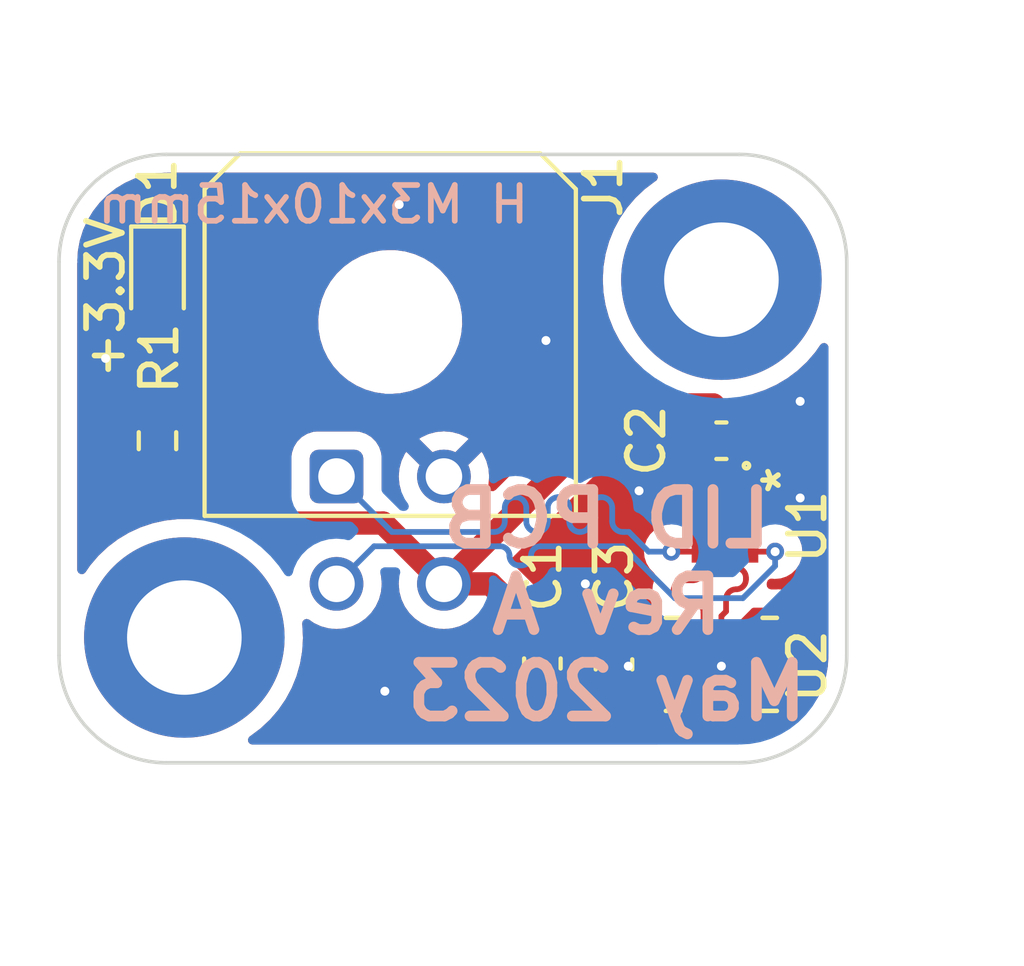
<source format=kicad_pcb>
(kicad_pcb (version 20211014) (generator pcbnew)
  (layers (0 "F.Cu" signal) (31 "B.Cu" signal) (34 "B.Paste" user) (35 "F.Paste" user) (36 "B.SilkS" user "B.Silkscreen") (37 "F.SilkS" user "F.Silkscreen") (38 "B.Mask" user) (39 "F.Mask" user) (44 "Edge.Cuts" user))
  (net 0 "")
  (net 1 "+3.3V")
  (net 2 "GND")
  (net 3 "Net-(D1-Pad2)")
  (net 4 "/SDA")
  (net 5 "/SCL")
  (net 6 "/GPIO_LSM")
  (footprint "MountingHole:MountingHole_3.2mm_M3_DIN965_Pad" (layer "F.Cu") (at 103.5 113.5)
    (fp_text reference "H2" hide)
    (fp_text value "MountingHole")
    (pad "1" thru_hole circle (at 0 0) (size 5.6 5.6) (drill 3.2) (layers *.Cu *.Mask))
  )
  (footprint "Capacitor_SMD:C_0603_1608Metric" (layer "F.Cu") (at 115.5 114.25 90)
    (fp_text reference "C3" (at 2.45 0 90) (layer "F.SilkS") (effects (font (thickness 0.16))))
    (fp_text value "0.1 uF 50V X7R 0603")
    (fp_line (start -0.14058 0.51) (end 0.14058 0.51) (layer "F.SilkS") (width 0.12))
    (fp_line (start -0.14058 -0.51) (end 0.14058 -0.51) (layer "F.SilkS") (width 0.12))
    (pad "1" smd roundrect (at -0.775 0 90) (size 0.9 0.95) (layers "F.Cu" "F.Paste" "F.Mask") (net 2 "GND"))
    (pad "2" smd roundrect (at 0.775 0 90) (size 0.9 0.95) (layers "F.Cu" "F.Paste" "F.Mask") (net 1 "+3.3V"))
  )
  (footprint "Capacitor_SMD:C_0603_1608Metric" (layer "F.Cu") (at 113.5 114.225 -90)
    (fp_text reference "C1" (at -2.425 0 90) (layer "F.SilkS") (effects (font (thickness 0.16))))
    (fp_text value "1 uF 25V X5R 0603")
    (fp_line (start -0.14058 -0.51) (end 0.14058 -0.51) (layer "F.SilkS") (width 0.12))
    (fp_line (start -0.14058 0.51) (end 0.14058 0.51) (layer "F.SilkS") (width 0.12))
    (pad "1" smd roundrect (at -0.775 0 270) (size 0.9 0.95) (layers "F.Cu" "F.Paste" "F.Mask") (net 1 "+3.3V"))
    (pad "2" smd roundrect (at 0.775 0 270) (size 0.9 0.95) (layers "F.Cu" "F.Paste" "F.Mask") (net 2 "GND"))
  )
  (footprint "Customs Smoker:PQFN50P300X250X86-14N" (layer "F.Cu") (at 118.5 114.25)
    (fp_text reference "U2" (at 2.4 0.05 90) (layer "F.SilkS") (effects (font (thickness 0.16))))
    (fp_text value "LSM6DSMTR")
    (fp_line (start -1.55 1.3) (end -1.15 1.3) (layer "F.SilkS") (width 0.127))
    (fp_line (start 1.55 1.3) (end 1.15 1.3) (layer "F.SilkS") (width 0.127))
    (fp_line (start 1.55 -1.3) (end 1.15 -1.3) (layer "F.SilkS") (width 0.127))
    (fp_line (start -1.15 -1.3) (end -1.55 -1.3) (layer "F.SilkS") (width 0.127))
    (fp_circle (center -2.1 -1) (end -2.05 -1) (layer "F.SilkS") (width 0.1) (fill none))
    (pad "1" smd rect locked (at -1.16 -0.75) (size 0.6 0.35) (layers "F.Cu" "F.Paste" "F.Mask") (net 1 "+3.3V"))
    (pad "2" smd rect locked (at -1.16 -0.25) (size 0.6 0.35) (layers "F.Cu" "F.Paste" "F.Mask") (net 2 "GND"))
    (pad "3" smd rect locked (at -1.16 0.25) (size 0.6 0.35) (layers "F.Cu" "F.Paste" "F.Mask") (net 2 "GND"))
    (pad "4" smd rect locked (at -1.16 0.75) (size 0.6 0.35) (layers "F.Cu" "F.Paste" "F.Mask") (net 6 "/GPIO_LSM"))
    (pad "5" smd rect locked (at -0.5 0.91 90) (size 0.6 0.35) (layers "F.Cu" "F.Paste" "F.Mask") (net 1 "+3.3V"))
    (pad "6" smd rect locked (at 0 0.91 90) (size 0.6 0.35) (layers "F.Cu" "F.Paste" "F.Mask") (net 2 "GND"))
    (pad "7" smd rect locked (at 0.5 0.91 90) (size 0.6 0.35) (layers "F.Cu" "F.Paste" "F.Mask") (net 2 "GND"))
    (pad "8" smd rect locked (at 1.16 0.75) (size 0.6 0.35) (layers "F.Cu" "F.Paste" "F.Mask") (net 1 "+3.3V"))
    (pad "9" smd rect locked (at 1.16 0.25) (size 0.6 0.35) (layers "F.Cu" "F.Paste" "F.Mask"))
    (pad "10" smd rect locked (at 1.16 -0.25) (size 0.6 0.35) (layers "F.Cu" "F.Paste" "F.Mask"))
    (pad "11" smd rect locked (at 1.16 -0.75) (size 0.6 0.35) (layers "F.Cu" "F.Paste" "F.Mask"))
    (pad "12" smd rect locked (at 0.5 -0.91 90) (size 0.6 0.35) (layers "F.Cu" "F.Paste" "F.Mask") (net 1 "+3.3V"))
    (pad "13" smd rect locked (at 0 -0.91 90) (size 0.6 0.35) (layers "F.Cu" "F.Paste" "F.Mask") (net 5 "/SCL"))
    (pad "14" smd rect locked (at -0.5 -0.91 90) (size 0.6 0.35) (layers "F.Cu" "F.Paste" "F.Mask") (net 4 "/SDA"))
  )
  (footprint "Customs Smoker:LTR-329ALS-01" (layer "F.Cu") (at 118.599999 110.4031 -90)
    (fp_text reference "U1" (at 0 -2.300001 -90) (layer "F.SilkS") (effects (font (thickness 0.16))))
    (fp_text value "LTR-329ALS-01" hide)
    (fp_text user "*" (at -1.3031 -1.600001 90) (layer "F.SilkS"))
    (fp_circle (center -1.7049 -0.6) (end -1.6287 -0.6) (layer "F.SilkS") (width 0.12) (fill none))
    (pad "1" smd rect locked (at -0.5969 -0.599999 270) (size 0.8128 0.6604) (layers "F.Cu" "F.Paste" "F.Mask") (net 1 "+3.3V"))
    (pad "2" smd rect locked (at -0.5969 0.599999 270) (size 0.8128 0.6604) (layers "F.Cu" "F.Paste" "F.Mask") (net 2 "GND"))
    (pad "3" smd rect locked (at 0.5969 0.599999 270) (size 0.8128 0.6604) (layers "F.Cu" "F.Paste" "F.Mask") (net 4 "/SDA"))
    (pad "4" smd rect locked (at 0.5969 -0.599999 270) (size 0.8128 0.6604) (layers "F.Cu" "F.Paste" "F.Mask") (net 5 "/SCL"))
  )
  (footprint "Capacitor_SMD:C_0603_1608Metric" (layer "F.Cu") (at 118.5 108)
    (fp_text reference "C2" (at -2.1 0 90) (layer "F.SilkS") (effects (font (thickness 0.16))))
    (fp_text value "0.1 uF 50V X7R 0603")
    (fp_line (start -0.14058 0.51) (end 0.14058 0.51) (layer "F.SilkS") (width 0.12))
    (fp_line (start -0.14058 -0.51) (end 0.14058 -0.51) (layer "F.SilkS") (width 0.12))
    (pad "1" smd roundrect (at -0.775 0) (size 0.9 0.95) (layers "F.Cu" "F.Paste" "F.Mask") (net 2 "GND"))
    (pad "2" smd roundrect (at 0.775 0) (size 0.9 0.95) (layers "F.Cu" "F.Paste" "F.Mask") (net 1 "+3.3V"))
  )
  (footprint "LED_SMD:LED_0603_1608Metric" (layer "F.Cu") (at 102.75 103.5 -90)
    (fp_text reference "D1" (at -2.4 0 90) (layer "F.SilkS") (effects (font (thickness 0.16))))
    (fp_text value "RED 1.8V 2mA 0603")
    (fp_line (start 0.8 -0.735) (end -1.485 -0.735) (layer "F.SilkS") (width 0.12))
    (fp_line (start -1.485 0.735) (end 0.8 0.735) (layer "F.SilkS") (width 0.12))
    (fp_line (start -1.485 -0.735) (end -1.485 0.735) (layer "F.SilkS") (width 0.12))
    (pad "1" smd roundrect (at -0.7875 0 270) (size 0.875 0.95) (layers "F.Cu" "F.Paste" "F.Mask") (net 2 "GND"))
    (pad "2" smd roundrect (at 0.7875 0 270) (size 0.875 0.95) (layers "F.Cu" "F.Paste" "F.Mask") (net 3 "Net-(D1-Pad2)"))
  )
  (footprint "MountingHole:MountingHole_3.2mm_M3_DIN965_Pad" (layer "F.Cu") (at 118.5 103.5)
    (fp_text reference "H1" hide)
    (fp_text value "MountingHole")
    (pad "1" thru_hole circle (at 0 0) (size 5.6 5.6) (drill 3.2) (layers *.Cu *.Mask))
  )
  (footprint "Resistor_SMD:R_0603_1608Metric" (layer "F.Cu") (at 102.75 108 -90)
    (fp_text reference "R1" (at -2.3 -0.05 90) (layer "F.SilkS") (effects (font (thickness 0.16))))
    (fp_text value "750Ohm 1% 0603")
    (fp_line (start -0.237258 -0.5225) (end 0.237258 -0.5225) (layer "F.SilkS") (width 0.12))
    (fp_line (start -0.237258 0.5225) (end 0.237258 0.5225) (layer "F.SilkS") (width 0.12))
    (pad "1" smd roundrect (at -0.825 0 270) (size 0.8 0.95) (layers "F.Cu" "F.Paste" "F.Mask") (net 3 "Net-(D1-Pad2)"))
    (pad "2" smd roundrect (at 0.825 0 270) (size 0.8 0.95) (layers "F.Cu" "F.Paste" "F.Mask") (net 1 "+3.3V"))
  )
  (footprint "Connector_Molex:Molex_Micro-Fit_3.0_43045-0400_2x02_P3.00mm_Horizontal" (layer "F.Cu") (at 107.75 109)
    (fp_text reference "J1" (at 7.45 -8.1 90) (layer "F.SilkS") (effects (font (thickness 0.16))))
    (fp_text value "POWER/I2C")
    (fp_line (start -3.685 -8.03) (end -2.685 -9.03) (layer "F.SilkS") (width 0.12))
    (fp_line (start -3.685 1.1) (end -3.685 -8.03) (layer "F.SilkS") (width 0.12))
    (fp_line (start -2.685 -9.03) (end 5.685 -9.03) (layer "F.SilkS") (width 0.12))
    (fp_line (start 5.685 -9.03) (end 6.685 -8.03) (layer "F.SilkS") (width 0.12))
    (fp_line (start 6.685 1.1) (end -3.685 1.1) (layer "F.SilkS") (width 0.12))
    (fp_line (start 6.685 -8.03) (end 6.685 1.1) (layer "F.SilkS") (width 0.12))
    (pad "" np_thru_hole circle (at 1.5 -4.32) (size 3 3) (drill 3) (layers *.Cu *.Mask))
    (pad "1" thru_hole roundrect (at 0 0) (size 1.5 1.5) (drill 1.02) (layers *.Cu *.Mask) (roundrect_rratio 0.166667) (net 4 "/SDA"))
    (pad "2" thru_hole circle (at 3 0) (size 1.5 1.5) (drill 1.02) (layers *.Cu *.Mask) (net 2 "GND"))
    (pad "3" thru_hole circle (at 0 3) (size 1.5 1.5) (drill 1.02) (layers *.Cu *.Mask) (net 5 "/SCL"))
    (pad "4" thru_hole circle (at 3 3) (size 1.5 1.5) (drill 1.02) (layers *.Cu *.Mask) (net 1 "+3.3V"))
  )
  (gr_arc (start 100 103) (mid 100.87868 100.87868) (end 103 100) (layer "Edge.Cuts") (width 0.1))
  (gr_arc (start 119 100) (mid 121.12132 100.87868) (end 122 103) (layer "Edge.Cuts") (width 0.1))
  (gr_arc (start 122 114) (mid 121.12132 116.12132) (end 119 117) (layer "Edge.Cuts") (width 0.1))
  (gr_line (start 119 117) (end 103 117) (layer "Edge.Cuts") (width 0.1))
  (gr_line (start 122 103) (end 122 114) (layer "Edge.Cuts") (width 0.1))
  (gr_arc (start 103 117) (mid 100.87868 116.12132) (end 100 114) (layer "Edge.Cuts") (width 0.1))
  (gr_line (start 100 114) (end 100 103) (layer "Edge.Cuts") (width 0.1))
  (gr_line (start 103 100) (end 119 100) (layer "Edge.Cuts") (width 0.1))
  (gr_text "LID PCB\nRev A\nMay 2023" (at 115.3 112.6) (layer "B.SilkS") (effects (font (size 1.5 1.5) (thickness 0.3)) (justify mirror)))
  (gr_text "H M3x10x15mm" (at 107.1 101.4) (layer "B.SilkS") (effects (font (size 1 1) (thickness 0.16)) (justify mirror)))
  (gr_text "+3.3V" (at 101.3 104 90) (layer "F.SilkS") (effects (font (size 1 1) (thickness 0.16))))
  (segment (start 119.275 108) (end 119.275 109.731198) (width 0.65) (layer "F.Cu") (net 1))
  (segment (start 102.75 108.825) (end 103.825 108.825) (width 0.65) (layer "F.Cu") (net 1))
  (segment (start 119 113.215) (end 119 113.34) (width 0.25) (layer "F.Cu") (net 1))
  (segment (start 120.075 112.79) (end 119.425 112.79) (width 0.25) (layer "F.Cu") (net 1))
  (segment (start 119.66 115) (end 119.66 115.64) (width 0.25) (layer "F.Cu") (net 1))
  (segment (start 116.7 113.7) (end 116.7 115.3) (width 0.25) (layer "F.Cu") (net 1))
  (segment (start 119.425 112.79) (end 119 113.215) (width 0.25) (layer "F.Cu") (net 1))
  (segment (start 117.185 115.785) (end 118 115.785) (width 0.25) (layer "F.Cu") (net 1))
  (segment (start 115.525 113.5) (end 115.5 113.475) (width 0.25) (layer "F.Cu") (net 1))
  (segment (start 110.75 112) (end 112.05 112) (width 0.65) (layer "F.Cu") (net 1))
  (segment (start 120.3 113.015) (end 120.075 112.79) (width 0.25) (layer "F.Cu") (net 1))
  (segment (start 110.75 112) (end 115.75 107) (width 0.65) (layer "F.Cu") (net 1))
  (segment (start 112.05 112) (end 113.5 113.45) (width 0.65) (layer "F.Cu") (net 1))
  (segment (start 118 115.785) (end 119.515 115.785) (width 0.25) (layer "F.Cu") (net 1))
  (segment (start 119.815 115.785) (end 120.3 115.3) (width 0.25) (layer "F.Cu") (net 1))
  (segment (start 116.5 113.5) (end 116.7 113.7) (width 0.25) (layer "F.Cu") (net 1))
  (segment (start 119.275 109.731198) (end 119.199998 109.8062) (width 0.65) (layer "F.Cu") (net 1))
  (segment (start 109.05 110.3) (end 110.75 112) (width 0.65) (layer "F.Cu") (net 1))
  (segment (start 119.66 115.64) (end 119.515 115.785) (width 0.25) (layer "F.Cu") (net 1))
  (segment (start 118.275 107) (end 119.275 108) (width 0.65) (layer "F.Cu") (net 1))
  (segment (start 120.3 115.3) (end 120.3 113.015) (width 0.25) (layer "F.Cu") (net 1))
  (segment (start 115.75 107) (end 118.275 107) (width 0.65) (layer "F.Cu") (net 1))
  (segment (start 116.7 115.3) (end 117.185 115.785) (width 0.25) (layer "F.Cu") (net 1))
  (segment (start 118 115.785) (end 118 115.16) (width 0.25) (layer "F.Cu") (net 1))
  (segment (start 115.5 113.475) (end 113.525 113.475) (width 0.65) (layer "F.Cu") (net 1))
  (segment (start 113.525 113.475) (end 113.5 113.45) (width 0.65) (layer "F.Cu") (net 1))
  (segment (start 116.5 113.5) (end 115.525 113.5) (width 0.25) (layer "F.Cu") (net 1))
  (segment (start 105.3 110.3) (end 109.05 110.3) (width 0.65) (layer "F.Cu") (net 1))
  (segment (start 103.825 108.825) (end 105.3 110.3) (width 0.65) (layer "F.Cu") (net 1))
  (segment (start 119.515 115.785) (end 119.815 115.785) (width 0.25) (layer "F.Cu") (net 1))
  (segment (start 117.34 113.5) (end 116.5 113.5) (width 0.25) (layer "F.Cu") (net 1))
  (segment (start 115.5 114.7) (end 115.9 114.3) (width 0.25) (layer "F.Cu") (net 2))
  (segment (start 115.5 115.025) (end 115.5 114.7) (width 0.25) (layer "F.Cu") (net 2))
  (segment (start 118.74 114.54) (end 118.5 114.3) (width 0.25) (layer "F.Cu") (net 2))
  (segment (start 118.5 114.3) (end 117.4 114.3) (width 0.25) (layer "F.Cu") (net 2))
  (segment (start 118.74 115.16) (end 119 115.16) (width 0.25) (layer "F.Cu") (net 2))
  (segment (start 117.34 114.5) (end 117.34 114.24) (width 0.25) (layer "F.Cu") (net 2))
  (segment (start 118.5 115.16) (end 118.74 115.16) (width 0.25) (layer "F.Cu") (net 2))
  (segment (start 118.74 115.16) (end 118.74 114.54) (width 0.25) (layer "F.Cu") (net 2))
  (segment (start 117.34 114.24) (end 117.34 114) (width 0.25) (layer "F.Cu") (net 2))
  (segment (start 117.4 114.3) (end 117.34 114.24) (width 0.25) (layer "F.Cu") (net 2))
  (via (at 116.2 109.4) (size 0.5) (drill 0.25) (layers "F.Cu" "B.Cu") (net 2))
  (via (at 113.6 105.2) (size 0.5) (drill 0.25) (layers "F.Cu" "B.Cu") (net 2))
  (via (at 118.5 114.3) (size 0.5) (drill 0.25) (layers "F.Cu" "B.Cu") (net 2))
  (via (at 120.7 106.9) (size 0.5) (drill 0.25) (layers "F.Cu" "B.Cu") (net 2))
  (via (at 109.1 115) (size 0.5) (drill 0.25) (layers "F.Cu" "B.Cu") (net 2))
  (via (at 101.3 105.7) (size 0.5) (drill 0.25) (layers "F.Cu" "B.Cu") (net 2))
  (via (at 120.7 109.6) (size 0.5) (drill 0.25) (layers "F.Cu" "B.Cu") (net 2))
  (via (at 115.9 114.3) (size 0.5) (drill 0.25) (layers "F.Cu" "B.Cu") (net 2))
  (via (at 114.7 112) (size 0.5) (drill 0.25) (layers "F.Cu" "B.Cu") (net 2))
  (via (at 109.5 101.4) (size 0.5) (drill 0.25) (layers "F.Cu" "B.Cu") (net 2))
  (segment (start 115.9 114.3) (end 118.5 114.3) (width 0.25) (layer "B.Cu") (net 2))
  (segment (start 102.75 107.175) (end 102.75 104.2875) (width 0.25) (layer "F.Cu") (net 3))
  (segment (start 118 113.34) (end 118 112.8) (width 0.16) (layer "F.Cu") (net 4))
  (segment (start 117.1 111.1) (end 117.9 111.1) (width 0.16) (layer "F.Cu") (net 4))
  (segment (start 117.462476 111.9) (end 117.7 111.9) (width 0.16) (layer "F.Cu") (net 4))
  (segment (start 117.9 111.1) (end 118 111) (width 0.16) (layer "F.Cu") (net 4))
  (segment (start 118 111.6) (end 118 111.55) (width 0.16) (layer "F.Cu") (net 4))
  (segment (start 117.7 112.5) (end 117.462476 112.5) (width 0.16) (layer "F.Cu") (net 4))
  (segment (start 118 111.55) (end 118 111) (width 0.16) (layer "F.Cu") (net 4))
  (via (at 117.1 111.1) (size 0.5) (drill 0.25) (layers "F.Cu" "B.Cu") (net 4))
  (arc (start 117.162476 112.2) (mid 117.250344 111.987868) (end 117.462476 111.9) (width 0.16) (layer "F.Cu") (net 4))
  (arc (start 117.462476 112.5) (mid 117.250344 112.412132) (end 117.162476 112.2) (width 0.16) (layer "F.Cu") (net 4))
  (arc (start 117.7 111.9) (mid 117.912132 111.812132) (end 118 111.6) (width 0.16) (layer "F.Cu") (net 4))
  (arc (start 118 112.8) (mid 117.912132 112.587868) (end 117.7 112.5) (width 0.16) (layer "F.Cu") (net 4))
  (segment (start 115.75 110.55) (end 115.8 110.55) (width 0.16) (layer "B.Cu") (net 4))
  (segment (start 114.25 109.876854) (end 114.25 110.25) (width 0.16) (layer "B.Cu") (net 4))
  (segment (start 114.85 110.25) (end 114.85 109.876854) (width 0.16) (layer "B.Cu") (net 4))
  (segment (start 115.915686 110.55) (end 116.465686 111.1) (width 0.16) (layer "B.Cu") (net 4))
  (segment (start 116.465686 111.1) (end 117.1 111.1) (width 0.16) (layer "B.Cu") (net 4))
  (segment (start 115.8 110.55) (end 115.915686 110.55) (width 0.16) (layer "B.Cu") (net 4))
  (segment (start 115.45 109.876854) (end 115.45 110.25) (width 0.16) (layer "B.Cu") (net 4))
  (segment (start 107.75 109) (end 109.3 110.55) (width 0.16) (layer "B.Cu") (net 4))
  (segment (start 109.3 110.55) (end 112.15 110.55) (width 0.16) (layer "B.Cu") (net 4))
  (segment (start 113.05 109.876854) (end 113.05 110.25) (width 0.16) (layer "B.Cu") (net 4))
  (segment (start 112.45 110.25) (end 112.45 109.876854) (width 0.16) (layer "B.Cu") (net 4))
  (segment (start 113.65 110.25) (end 113.65 109.876854) (width 0.16) (layer "B.Cu") (net 4))
  (arc (start 114.85 109.876854) (mid 114.937868 109.664722) (end 115.15 109.576854) (width 0.16) (layer "B.Cu") (net 4))
  (arc (start 114.25 110.25) (mid 114.337868 110.462132) (end 114.55 110.55) (width 0.16) (layer "B.Cu") (net 4))
  (arc (start 115.45 110.25) (mid 115.537868 110.462132) (end 115.75 110.55) (width 0.16) (layer "B.Cu") (net 4))
  (arc (start 113.95 109.576854) (mid 114.162132 109.664722) (end 114.25 109.876854) (width 0.16) (layer "B.Cu") (net 4))
  (arc (start 112.15 110.55) (mid 112.362132 110.462132) (end 112.45 110.25) (width 0.16) (layer "B.Cu") (net 4))
  (arc (start 113.65 109.876854) (mid 113.737868 109.664722) (end 113.95 109.576854) (width 0.16) (layer "B.Cu") (net 4))
  (arc (start 112.75 109.576854) (mid 112.962132 109.664722) (end 113.05 109.876854) (width 0.16) (layer "B.Cu") (net 4))
  (arc (start 112.45 109.876854) (mid 112.537868 109.664722) (end 112.75 109.576854) (width 0.16) (layer "B.Cu") (net 4))
  (arc (start 113.05 110.25) (mid 113.137868 110.462132) (end 113.35 110.55) (width 0.16) (layer "B.Cu") (net 4))
  (arc (start 115.15 109.576854) (mid 115.362132 109.664722) (end 115.45 109.876854) (width 0.16) (layer "B.Cu") (net 4))
  (arc (start 113.35 110.55) (mid 113.562132 110.462132) (end 113.65 110.25) (width 0.16) (layer "B.Cu") (net 4))
  (arc (start 114.55 110.55) (mid 114.762132 110.462132) (end 114.85 110.25) (width 0.16) (layer "B.Cu") (net 4))
  (segment (start 118.5 112.9) (end 118.6302 112.7698) (width 0.16) (layer "F.Cu") (net 5))
  (segment (start 118.6302 112.7698) (end 118.6302 112.4302) (width 0.16) (layer "F.Cu") (net 5))
  (segment (start 118.7302 111) (end 119.199998 111) (width 0.16) (layer "F.Cu") (net 5))
  (segment (start 118.6302 111.1) (end 118.7302 111) (width 0.16) (layer "F.Cu") (net 5))
  (segment (start 119.299998 111.1) (end 119.199998 111) (width 0.16) (layer "F.Cu") (net 5))
  (segment (start 118.6302 111.2302) (end 118.6302 111.1) (width 0.16) (layer "F.Cu") (net 5))
  (segment (start 119.18515 111.87525) (end 119.18515 111.8302) (width 0.16) (layer "F.Cu") (net 5))
  (segment (start 118.6302 111.27525) (end 118.6302 111.2302) (width 0.16) (layer "F.Cu") (net 5))
  (segment (start 120 111.1) (end 119.299998 111.1) (width 0.16) (layer "F.Cu") (net 5))
  (segment (start 118.5 113.34) (end 118.5 112.9) (width 0.16) (layer "F.Cu") (net 5))
  (via (at 120 111.1) (size 0.5) (drill 0.25) (layers "F.Cu" "B.Cu") (net 5))
  (arc (start 118.907675 112.152725) (mid 119.103879 112.071454) (end 119.18515 111.87525) (width 0.16) (layer "F.Cu") (net 5))
  (arc (start 118.6302 112.4302) (mid 118.711471 112.233996) (end 118.907675 112.152725) (width 0.16) (layer "F.Cu") (net 5))
  (arc (start 119.18515 111.8302) (mid 119.103879 111.633996) (end 118.907675 111.552725) (width 0.16) (layer "F.Cu") (net 5))
  (arc (start 118.907675 111.552725) (mid 118.711471 111.471454) (end 118.6302 111.27525) (width 0.16) (layer "F.Cu") (net 5))
  (segment (start 119.1 112.4) (end 117.2 112.4) (width 0.16) (layer "B.Cu") (net 5))
  (segment (start 117.2 112.4) (end 115.75 110.95) (width 0.16) (layer "B.Cu") (net 5))
  (segment (start 112.91485 111.485151) (end 112.85 111.485151) (width 0.16) (layer "B.Cu") (net 5))
  (segment (start 108.8 110.95) (end 107.75 112) (width 0.16) (layer "B.Cu") (net 5))
  (segment (start 115.75 110.95) (end 113.45 110.95) (width 0.16) (layer "B.Cu") (net 5))
  (segment (start 112.25 110.95) (end 108.8 110.95) (width 0.16) (layer "B.Cu") (net 5))
  (segment (start 112.582425 111.217576) (end 112.582425 111.217575) (width 0.16) (layer "B.Cu") (net 5))
  (segment (start 113.182425 111.217575) (end 113.182425 111.217576) (width 0.16) (layer "B.Cu") (net 5))
  (segment (start 112.31485 110.95) (end 112.25 110.95) (width 0.16) (layer "B.Cu") (net 5))
  (segment (start 120 111.5) (end 119.1 112.4) (width 0.16) (layer "B.Cu") (net 5))
  (segment (start 120 111.1) (end 120 111.5) (width 0.16) (layer "B.Cu") (net 5))
  (arc (start 112.85 111.485151) (mid 112.660796 111.40678) (end 112.582425 111.217576) (width 0.16) (layer "B.Cu") (net 5))
  (arc (start 112.582425 111.217575) (mid 112.504054 111.028371) (end 112.31485 110.95) (width 0.16) (layer "B.Cu") (net 5))
  (arc (start 113.182425 111.217576) (mid 113.104054 111.40678) (end 112.91485 111.485151) (width 0.16) (layer "B.Cu") (net 5))
  (arc (start 113.45 110.95) (mid 113.260796 111.028371) (end 113.182425 111.217575) (width 0.16) (layer "B.Cu") (net 5))
  (zone (net 2) (net_name "GND") (layers F&B.Cu) (priority 1) (connect_pads (clearance 0.508)) (min_thickness 0.254) (fill yes (thermal_gap 0.508) (thermal_bridge_width 0.508) (smoothing fillet) (radius 1))
    (polygon (pts (xy 123 118) (xy 99 118) (xy 99 99) (xy 123 99)))
  )
)
</source>
